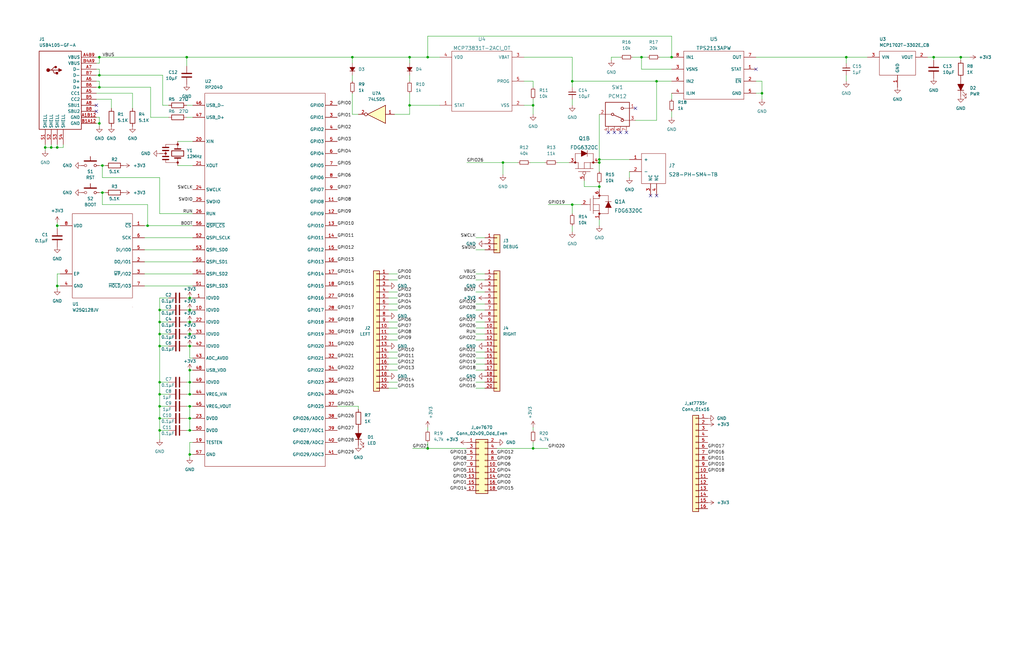
<source format=kicad_sch>
(kicad_sch (version 20211123) (generator eeschema)
  (paper "USLedger")
  (title_block (title "ENGR3430 final_proj_basedon_mp3") (date "2022-09-22") (company "Olin College of Engineering"))
  (junction (at 67.31 130.81))
  (junction (at 283.21 24.13))
  (junction (at 252.73 78.74))
  (junction (at 67.31 146.05))
  (junction (at 180.34 24.13))
  (junction (at 80.01 125.73))
  (junction (at 172.72 44.45))
  (junction (at 67.31 171.45))
  (junction (at 80.01 156.21))
  (junction (at 41.91 24.13))
  (junction (at 148.59 24.13))
  (junction (at 41.91 36.83))
  (junction (at 19.05 62.23))
  (junction (at 80.01 176.53))
  (junction (at 172.72 24.13))
  (junction (at 41.91 52.07))
  (junction (at 405.13 24.13))
  (junction (at 180.34 189.23))
  (junction (at 276.86 34.29))
  (junction (at 356.87 24.13))
  (junction (at 67.31 161.29))
  (junction (at 80.01 166.37))
  (junction (at 78.74 24.13))
  (junction (at 80.01 135.89))
  (junction (at 80.01 140.97))
  (junction (at 67.31 140.97))
  (junction (at 224.79 44.45))
  (junction (at 80.01 191.77))
  (junction (at 80.01 171.45))
  (junction (at 252.73 68.58))
  (junction (at 393.7 24.13))
  (junction (at 21.59 62.23))
  (junction (at 80.01 181.61))
  (junction (at 67.31 176.53))
  (junction (at 80.01 161.29))
  (junction (at 43.18 69.85))
  (junction (at 80.01 146.05))
  (junction (at 24.13 120.65))
  (junction (at 212.09 68.58))
  (junction (at 43.18 81.28))
  (junction (at 241.3 86.36))
  (junction (at 252.73 67.31))
  (junction (at 224.79 189.23))
  (junction (at 62.23 95.25))
  (junction (at 24.13 95.25))
  (junction (at 67.31 181.61))
  (junction (at 321.31 39.37))
  (junction (at 24.13 62.23))
  (junction (at 270.51 24.13))
  (junction (at 41.91 31.75))
  (junction (at 67.31 166.37))
  (junction (at 241.3 34.29))
  (junction (at 80.01 130.81))
  (junction (at 67.31 135.89))
  (no_connect (at 40.64 46.99))
  (no_connect (at 40.64 44.45))
  (no_connect (at 261.62 55.88))
  (no_connect (at 256.54 55.88))
  (no_connect (at 259.08 55.88))
  (no_connect (at 267.97 45.72))
  (no_connect (at 264.16 55.88))
  (no_connect (at 274.32 82.55))
  (no_connect (at 276.86 82.55))
  (no_connect (at 318.77 29.21))
  (wire (pts (xy 356.87 24.13) (xy 365.76 24.13)))
  (wire (pts (xy 78.74 146.05) (xy 80.01 146.05)))
  (wire (pts (xy 67.31 130.81) (xy 71.12 130.81)))
  (wire (pts (xy 78.74 140.97) (xy 80.01 140.97)))
  (wire (pts (xy 167.64 156.21) (xy 163.83 156.21)))
  (wire (pts (xy 67.31 146.05) (xy 67.31 140.97)))
  (wire (pts (xy 200.66 156.21) (xy 204.47 156.21)))
  (wire (pts (xy 40.64 36.83) (xy 41.91 36.83)))
  (wire (pts (xy 212.09 68.58) (xy 212.09 73.66)))
  (wire (pts (xy 68.58 31.75) (xy 68.58 44.45)))
  (wire (pts (xy 252.73 77.47) (xy 252.73 78.74)))
  (wire (pts (xy 180.34 15.24) (xy 283.21 15.24)))
  (wire (pts (xy 252.73 48.26) (xy 252.73 67.31)))
  (wire (pts (xy 41.91 36.83) (xy 63.5 36.83)))
  (wire (pts (xy 270.51 24.13) (xy 273.05 24.13)))
  (wire (pts (xy 80.01 166.37) (xy 81.28 166.37)))
  (wire (pts (xy 68.58 44.45) (xy 71.12 44.45)))
  (wire (pts (xy 356.87 31.75) (xy 356.87 34.29)))
  (wire (pts (xy 261.62 24.13) (xy 257.81 24.13)))
  (wire (pts (xy 200.66 148.59) (xy 204.47 148.59)))
  (wire (pts (xy 172.72 44.45) (xy 185.42 44.45)))
  (wire (pts (xy 148.59 24.13) (xy 148.59 26.67)))
  (wire (pts (xy 318.77 24.13) (xy 356.87 24.13)))
  (wire (pts (xy 62.23 86.36) (xy 62.23 95.25)))
  (wire (pts (xy 24.13 62.23) (xy 26.67 62.23)))
  (wire (pts (xy 67.31 166.37) (xy 67.31 161.29)))
  (wire (pts (xy 67.31 161.29) (xy 71.12 161.29)))
  (wire (pts (xy 270.51 24.13) (xy 270.51 29.21)))
  (wire (pts (xy 19.05 60.96) (xy 19.05 62.23)))
  (wire (pts (xy 43.18 86.36) (xy 62.23 86.36)))
  (wire (pts (xy 167.64 115.57) (xy 163.83 115.57)))
  (wire (pts (xy 200.66 153.67) (xy 204.47 153.67)))
  (wire (pts (xy 41.91 49.53) (xy 41.91 52.07)))
  (wire (pts (xy 80.01 146.05) (xy 81.28 146.05)))
  (wire (pts (xy 393.7 24.13) (xy 405.13 24.13)))
  (wire (pts (xy 41.91 36.83) (xy 41.91 34.29)))
  (wire (pts (xy 276.86 34.29) (xy 283.21 34.29)))
  (wire (pts (xy 200.66 135.89) (xy 204.47 135.89)))
  (wire (pts (xy 80.01 171.45) (xy 80.01 176.53)))
  (wire (pts (xy 40.64 29.21) (xy 41.91 29.21)))
  (wire (pts (xy 180.34 186.69) (xy 180.34 189.23)))
  (wire (pts (xy 163.83 123.19) (xy 167.64 123.19)))
  (wire (pts (xy 67.31 130.81) (xy 67.31 125.73)))
  (wire (pts (xy 67.31 135.89) (xy 67.31 130.81)))
  (wire (pts (xy 78.74 44.45) (xy 81.28 44.45)))
  (wire (pts (xy 80.01 161.29) (xy 81.28 161.29)))
  (wire (pts (xy 167.64 138.43) (xy 163.83 138.43)))
  (wire (pts (xy 55.88 39.37) (xy 55.88 45.72)))
  (wire (pts (xy 80.01 151.13) (xy 81.28 151.13)))
  (wire (pts (xy 78.74 161.29) (xy 80.01 161.29)))
  (wire (pts (xy 78.74 171.45) (xy 80.01 171.45)))
  (wire (pts (xy 276.86 34.29) (xy 276.86 50.8)))
  (wire (pts (xy 67.31 140.97) (xy 67.31 135.89)))
  (wire (pts (xy 321.31 39.37) (xy 321.31 41.91)))
  (wire (pts (xy 278.13 24.13) (xy 283.21 24.13)))
  (wire (pts (xy 67.31 146.05) (xy 71.12 146.05)))
  (wire (pts (xy 200.66 100.33) (xy 204.47 100.33)))
  (wire (pts (xy 60.96 95.25) (xy 62.23 95.25)))
  (wire (pts (xy 41.91 52.07) (xy 41.91 53.34)))
  (wire (pts (xy 163.83 128.27) (xy 167.64 128.27)))
  (wire (pts (xy 67.31 90.17) (xy 81.28 90.17)))
  (wire (pts (xy 241.3 41.91) (xy 241.3 44.45)))
  (wire (pts (xy 80.01 176.53) (xy 80.01 181.61)))
  (wire (pts (xy 81.28 125.73) (xy 80.01 125.73)))
  (wire (pts (xy 46.99 41.91) (xy 46.99 45.72)))
  (wire (pts (xy 24.13 96.52) (xy 24.13 95.25)))
  (wire (pts (xy 270.51 29.21) (xy 283.21 29.21)))
  (wire (pts (xy 24.13 115.57) (xy 24.13 120.65)))
  (wire (pts (xy 78.74 166.37) (xy 80.01 166.37)))
  (wire (pts (xy 43.18 81.28) (xy 44.45 81.28)))
  (wire (pts (xy 63.5 49.53) (xy 71.12 49.53)))
  (wire (pts (xy 166.37 48.26) (xy 172.72 48.26)))
  (wire (pts (xy 180.34 24.13) (xy 180.34 15.24)))
  (wire (pts (xy 167.64 161.29) (xy 163.83 161.29)))
  (wire (pts (xy 200.66 140.97) (xy 204.47 140.97)))
  (wire (pts (xy 200.66 118.11) (xy 204.47 118.11)))
  (wire (pts (xy 80.01 156.21) (xy 80.01 161.29)))
  (wire (pts (xy 283.21 39.37) (xy 283.21 41.91)))
  (wire (pts (xy 220.98 34.29) (xy 224.79 34.29)))
  (wire (pts (xy 81.28 171.45) (xy 80.01 171.45)))
  (wire (pts (xy 78.74 176.53) (xy 80.01 176.53)))
  (wire (pts (xy 148.59 48.26) (xy 151.13 48.26)))
  (wire (pts (xy 40.64 39.37) (xy 55.88 39.37)))
  (wire (pts (xy 257.81 24.13) (xy 257.81 25.4)))
  (wire (pts (xy 391.16 24.13) (xy 393.7 24.13)))
  (wire (pts (xy 224.79 44.45) (xy 224.79 48.26)))
  (wire (pts (xy 78.74 24.13) (xy 78.74 27.94)))
  (wire (pts (xy 218.44 68.58) (xy 212.09 68.58)))
  (wire (pts (xy 41.91 81.28) (xy 43.18 81.28)))
  (wire (pts (xy 163.83 130.81) (xy 167.64 130.81)))
  (wire (pts (xy 200.66 105.41) (xy 204.47 105.41)))
  (wire (pts (xy 24.13 93.98) (xy 24.13 95.25)))
  (wire (pts (xy 60.96 115.57) (xy 81.28 115.57)))
  (wire (pts (xy 21.59 60.96) (xy 21.59 62.23)))
  (wire (pts (xy 25.4 120.65) (xy 24.13 120.65)))
  (wire (pts (xy 80.01 156.21) (xy 81.28 156.21)))
  (wire (pts (xy 167.64 140.97) (xy 163.83 140.97)))
  (wire (pts (xy 41.91 69.85) (xy 43.18 69.85)))
  (wire (pts (xy 80.01 181.61) (xy 81.28 181.61)))
  (wire (pts (xy 41.91 24.13) (xy 41.91 26.67)))
  (wire (pts (xy 318.77 34.29) (xy 321.31 34.29)))
  (wire (pts (xy 41.91 26.67) (xy 40.64 26.67)))
  (wire (pts (xy 265.43 72.39) (xy 265.43 74.93)))
  (wire (pts (xy 41.91 31.75) (xy 68.58 31.75)))
  (wire (pts (xy 67.31 125.73) (xy 71.12 125.73)))
  (wire (pts (xy 318.77 39.37) (xy 321.31 39.37)))
  (wire (pts (xy 41.91 24.13) (xy 78.74 24.13)))
  (wire (pts (xy 148.59 24.13) (xy 172.72 24.13)))
  (wire (pts (xy 252.73 78.74) (xy 252.73 80.01)))
  (wire (pts (xy 252.73 67.31) (xy 265.43 67.31)))
  (wire (pts (xy 180.34 180.34) (xy 180.34 181.61)))
  (wire (pts (xy 224.79 41.91) (xy 224.79 44.45)))
  (wire (pts (xy 81.28 186.69) (xy 80.01 186.69)))
  (wire (pts (xy 241.3 34.29) (xy 276.86 34.29)))
  (wire (pts (xy 283.21 15.24) (xy 283.21 24.13)))
  (wire (pts (xy 67.31 176.53) (xy 71.12 176.53)))
  (wire (pts (xy 41.91 34.29) (xy 40.64 34.29)))
  (wire (pts (xy 67.31 171.45) (xy 67.31 166.37)))
  (wire (pts (xy 172.72 24.13) (xy 180.34 24.13)))
  (wire (pts (xy 405.13 24.13) (xy 408.94 24.13)))
  (wire (pts (xy 80.01 176.53) (xy 81.28 176.53)))
  (wire (pts (xy 41.91 31.75) (xy 40.64 31.75)))
  (wire (pts (xy 21.59 62.23) (xy 24.13 62.23)))
  (wire (pts (xy 245.11 86.36) (xy 241.3 86.36)))
  (wire (pts (xy 63.5 36.83) (xy 63.5 49.53)))
  (wire (pts (xy 223.52 68.58) (xy 229.87 68.58)))
  (wire (pts (xy 200.66 143.51) (xy 204.47 143.51)))
  (wire (pts (xy 24.13 120.65) (xy 24.13 121.92)))
  (wire (pts (xy 19.05 62.23) (xy 21.59 62.23)))
  (wire (pts (xy 142.24 171.45) (xy 151.13 171.45)))
  (wire (pts (xy 321.31 34.29) (xy 321.31 39.37)))
  (wire (pts (xy 180.34 189.23) (xy 196.85 189.23)))
  (wire (pts (xy 172.72 24.13) (xy 172.72 26.67)))
  (wire (pts (xy 172.72 31.75) (xy 172.72 34.29)))
  (wire (pts (xy 62.23 95.25) (xy 81.28 95.25)))
  (wire (pts (xy 80.01 146.05) (xy 80.01 151.13)))
  (wire (pts (xy 200.66 161.29) (xy 204.47 161.29)))
  (wire (pts (xy 231.14 86.36) (xy 241.3 86.36)))
  (wire (pts (xy 80.01 186.69) (xy 80.01 191.77)))
  (wire (pts (xy 172.72 44.45) (xy 172.72 48.26)))
  (wire (pts (xy 40.64 49.53) (xy 41.91 49.53)))
  (wire (pts (xy 200.66 115.57) (xy 204.47 115.57)))
  (wire (pts (xy 151.13 172.72) (xy 151.13 171.45)))
  (wire (pts (xy 80.01 135.89) (xy 81.28 135.89)))
  (wire (pts (xy 209.55 189.23) (xy 224.79 189.23)))
  (wire (pts (xy 241.3 24.13) (xy 241.3 34.29)))
  (wire (pts (xy 67.31 181.61) (xy 71.12 181.61)))
  (wire (pts (xy 167.64 148.59) (xy 163.83 148.59)))
  (wire (pts (xy 60.96 100.33) (xy 81.28 100.33)))
  (wire (pts (xy 224.79 186.69) (xy 224.79 189.23)))
  (wire (pts (xy 200.66 123.19) (xy 204.47 123.19)))
  (wire (pts (xy 67.31 166.37) (xy 71.12 166.37)))
  (wire (pts (xy 167.64 135.89) (xy 163.83 135.89)))
  (wire (pts (xy 19.05 63.5) (xy 19.05 62.23)))
  (wire (pts (xy 224.79 34.29) (xy 224.79 36.83)))
  (wire (pts (xy 246.38 76.2) (xy 246.38 78.74)))
  (wire (pts (xy 60.96 110.49) (xy 81.28 110.49)))
  (wire (pts (xy 41.91 29.21) (xy 41.91 31.75)))
  (wire (pts (xy 41.91 52.07) (xy 40.64 52.07)))
  (wire (pts (xy 24.13 60.96) (xy 24.13 62.23)))
  (wire (pts (xy 67.31 171.45) (xy 71.12 171.45)))
  (wire (pts (xy 180.34 24.13) (xy 185.42 24.13)))
  (wire (pts (xy 148.59 31.75) (xy 148.59 34.29)))
  (wire (pts (xy 60.96 120.65) (xy 81.28 120.65)))
  (wire (pts (xy 26.67 62.23) (xy 26.67 60.96)))
  (wire (pts (xy 24.13 95.25) (xy 25.4 95.25)))
  (wire (pts (xy 43.18 74.93) (xy 67.31 74.93)))
  (wire (pts (xy 78.74 135.89) (xy 80.01 135.89)))
  (wire (pts (xy 393.7 24.13) (xy 393.7 25.4)))
  (wire (pts (xy 276.86 50.8) (xy 267.97 50.8)))
  (wire (pts (xy 80.01 161.29) (xy 80.01 166.37)))
  (wire (pts (xy 81.28 191.77) (xy 80.01 191.77)))
  (wire (pts (xy 43.18 69.85) (xy 44.45 69.85)))
  (wire (pts (xy 80.01 130.81) (xy 81.28 130.81)))
  (wire (pts (xy 43.18 69.85) (xy 43.18 74.93)))
  (wire (pts (xy 167.64 143.51) (xy 163.83 143.51)))
  (wire (pts (xy 40.64 24.13) (xy 41.91 24.13)))
  (wire (pts (xy 252.73 67.31) (xy 252.73 68.58)))
  (wire (pts (xy 283.21 46.99) (xy 283.21 49.53)))
  (wire (pts (xy 252.73 92.71) (xy 252.73 95.25)))
  (wire (pts (xy 266.7 24.13) (xy 270.51 24.13)))
  (wire (pts (xy 74.93 59.69) (xy 81.28 59.69)))
  (wire (pts (xy 241.3 34.29) (xy 241.3 36.83)))
  (wire (pts (xy 78.74 24.13) (xy 148.59 24.13)))
  (wire (pts (xy 67.31 185.42) (xy 67.31 181.61)))
  (wire (pts (xy 200.66 151.13) (xy 204.47 151.13)))
  (wire (pts (xy 60.96 105.41) (xy 81.28 105.41)))
  (wire (pts (xy 405.13 24.13) (xy 405.13 25.4)))
  (wire (pts (xy 241.3 95.25) (xy 241.3 97.79)))
  (wire (pts (xy 220.98 24.13) (xy 241.3 24.13)))
  (wire (pts (xy 148.59 39.37) (xy 148.59 48.26)))
  (wire (pts (xy 200.66 163.83) (xy 204.47 163.83)))
  (wire (pts (xy 220.98 44.45) (xy 224.79 44.45)))
  (wire (pts (xy 78.74 130.81) (xy 80.01 130.81)))
  (wire (pts (xy 43.18 81.28) (xy 43.18 86.36)))
  (wire (pts (xy 167.64 163.83) (xy 163.83 163.83)))
  (wire (pts (xy 25.4 115.57) (xy 24.13 115.57)))
  (wire (pts (xy 200.66 130.81) (xy 204.47 130.81)))
  (wire (pts (xy 224.79 189.23) (xy 231.14 189.23)))
  (wire (pts (xy 224.79 180.34) (xy 224.79 181.61)))
  (wire (pts (xy 241.3 86.36) (xy 241.3 90.17)))
  (wire (pts (xy 196.85 68.58) (xy 212.09 68.58)))
  (wire (pts (xy 356.87 24.13) (xy 356.87 26.67)))
  (wire (pts (xy 167.64 153.67) (xy 163.83 153.67)))
  (wire (pts (xy 67.31 146.05) (xy 67.31 161.29)))
  (wire (pts (xy 167.64 118.11) (xy 163.83 118.11)))
  (wire (pts (xy 173.99 189.23) (xy 180.34 189.23)))
  (wire (pts (xy 78.74 49.53) (xy 81.28 49.53)))
  (wire (pts (xy 80.01 140.97) (xy 81.28 140.97)))
  (wire (pts (xy 67.31 74.93) (xy 67.31 90.17)))
  (wire (pts (xy 167.64 151.13) (xy 163.83 151.13)))
  (wire (pts (xy 74.93 69.85) (xy 81.28 69.85)))
  (wire (pts (xy 163.83 125.73) (xy 167.64 125.73)))
  (wire (pts (xy 40.64 41.91) (xy 46.99 41.91)))
  (wire (pts (xy 200.66 138.43) (xy 204.47 138.43)))
  (wire (pts (xy 172.72 39.37) (xy 172.72 44.45)))
  (wire (pts (xy 67.31 176.53) (xy 67.31 171.45)))
  (wire (pts (xy 78.74 181.61) (xy 80.01 181.61)))
  (wire (pts (xy 246.38 78.74) (xy 252.73 78.74)))
  (wire (pts (xy 80.01 191.77) (xy 80.01 193.04)))
  (wire (pts (xy 67.31 135.89) (xy 71.12 135.89)))
  (wire (pts (xy 67.31 140.97) (xy 71.12 140.97)))
  (wire (pts (xy 67.31 181.61) (xy 67.31 176.53)))
  (wire (pts (xy 252.73 68.58) (xy 252.73 72.39)))
  (wire (pts (xy 234.95 68.58) (xy 240.03 68.58)))
  (wire (pts (xy 200.66 128.27) (xy 204.47 128.27)))
  (wire (pts (xy 78.74 125.73) (xy 80.01 125.73)))
  (label "GPIO9" (at 167.64 143.51 0))
  (label "GPIO6" (at 209.55 196.85 0))
  (label "GPIO21" (at 142.24 151.13 0))
  (label "GPIO10" (at 298.45 196.85 0))
  (label "GPIO11" (at 298.45 194.31 0))
  (label "GPIO6" (at 167.64 135.89 0))
  (label "GPIO20" (at 231.14 189.23 0))
  (label "GPIO17" (at 142.24 130.81 0))
  (label "GPIO14" (at 167.64 161.29 0))
  (label "GPIO16" (at 142.24 125.73 0))
  (label "GPIO3" (at 167.64 125.73 0))
  (label "GPIO12" (at 142.24 105.41 0))
  (label "GPIO18" (at 298.45 199.39 0))
  (label "GPIO23" (at 200.66 118.11 180))
  (label "GPIO26" (at 196.85 68.58 0))
  (label "GPIO17" (at 200.66 161.29 180))
  (label "GPIO5" (at 196.85 199.39 180))
  (label "GPIO27" (at 200.66 135.89 180))
  (label "GPIO7" (at 196.85 196.85 180))
  (label "GPIO21" (at 200.66 148.59 180))
  (label "GPIO4" (at 142.24 64.77 0))
  (label "GPIO28" (at 200.66 130.81 180))
  (label "RUN" (at 81.28 90.17 180))
  (label "GPIO10" (at 142.24 95.25 0))
  (label "GPIO13" (at 167.64 156.21 0))
  (label "SWDIO" (at 81.28 85.09 180))
  (label "GPIO29" (at 200.66 128.27 180))
  (label "GPIO6" (at 142.24 74.93 0))
  (label "SWCLK" (at 81.28 80.01 180))
  (label "GPIO17" (at 298.45 189.23 0))
  (label "GPIO28" (at 142.24 186.69 0))
  (label "GPIO24" (at 142.24 166.37 0))
  (label "GPIO27" (at 142.24 181.61 0))
  (label "GPIO19" (at 200.66 153.67 180))
  (label "GPIO15" (at 167.64 163.83 0))
  (label "GPIO26" (at 142.24 176.53 0))
  (label "GPIO0" (at 167.64 115.57 0))
  (label "GPIO1" (at 167.64 118.11 0))
  (label "SWDIO" (at 200.66 105.41 180))
  (label "GPIO4" (at 167.64 128.27 0))
  (label "GPIO7" (at 167.64 138.43 0))
  (label "GPIO13" (at 196.85 191.77 180))
  (label "GPIO14" (at 196.85 207.01 180))
  (label "GPIO1" (at 142.24 49.53 0))
  (label "GPIO19" (at 231.14 86.36 0))
  (label "GPIO12" (at 167.64 153.67 0))
  (label "GPIO25" (at 142.24 171.45 0))
  (label "GPIO9" (at 142.24 90.17 0))
  (label "GPIO0" (at 142.24 44.45 0))
  (label "GPIO14" (at 142.24 115.57 0))
  (label "GPIO18" (at 142.24 135.89 0))
  (label "GPIO15" (at 142.24 120.65 0))
  (label "VBUS" (at 43.18 24.13 0))
  (label "GPIO3" (at 196.85 201.93 180))
  (label "GPIO4" (at 209.55 199.39 0))
  (label "GPIO16" (at 200.66 163.83 180))
  (label "GPIO2" (at 209.55 201.93 0))
  (label "GPIO15" (at 209.55 207.01 0))
  (label "BOOT" (at 81.28 95.25 180))
  (label "GPIO10" (at 167.64 148.59 0))
  (label "GPIO11" (at 167.64 151.13 0))
  (label "GPIO13" (at 142.24 110.49 0))
  (label "GPIO5" (at 167.64 130.81 0))
  (label "GPIO20" (at 142.24 146.05 0))
  (label "GPIO8" (at 142.24 85.09 0))
  (label "GPIO11" (at 142.24 100.33 0))
  (label "GPIO21" (at 173.99 189.23 0))
  (label "GPIO8" (at 196.85 194.31 180))
  (label "GPIO9" (at 209.55 194.31 0))
  (label "GPIO16" (at 298.45 191.77 0))
  (label "BOOT" (at 200.66 123.19 180))
  (label "RUN" (at 200.66 140.97 180))
  (label "VBUS" (at 200.66 115.57 180))
  (label "GPIO2" (at 142.24 54.61 0))
  (label "GPIO12" (at 209.55 191.77 0))
  (label "GPIO0" (at 209.55 204.47 0))
  (label "GPIO22" (at 200.66 143.51 180))
  (label "GPIO19" (at 142.24 140.97 0))
  (label "GPIO29" (at 142.24 191.77 0))
  (label "GPIO2" (at 167.64 123.19 0))
  (label "GPIO26" (at 200.66 138.43 180))
  (label "GPIO18" (at 200.66 156.21 180))
  (label "GPIO5" (at 142.24 69.85 0))
  (label "SWCLK" (at 200.66 100.33 180))
  (label "GPIO3" (at 142.24 59.69 0))
  (label "GPIO7" (at 142.24 80.01 0))
  (label "GPIO8" (at 167.64 140.97 0))
  (label "GPIO1" (at 196.85 204.47 180))
  (label "GPIO20" (at 200.66 151.13 180))
  (label "GPIO23" (at 142.24 161.29 0))
  (label "GPIO22" (at 142.24 156.21 0))
  (symbol (lib_id "Device:C_Small") (at 241.3 39.37 0) (unit 1)
    (property "Reference" "C14" (at 243.84 38.1062 0) (effects (justify left)))
    (property "Value" "10µF" (at 243.84 40.6462 0) (effects (justify left)))
  )
  (symbol (lib_id "Connector_Generic:Conn_01x20") (at 209.55 138.43 0) (unit 1)
    (property "Reference" "J4" (at 212.09 138.4299 0) (effects (justify left)))
    (property "Value" "RIGHT" (at 212.09 140.9699 0) (effects (justify left)))
  )
  (symbol (lib_id "Eclectronics:PCM12") (at 260.35 48.26 0) (unit 1)
    (property "Reference" "SW1" (at 260.35 36.83 0) (effects (font (size 1.524 1.524))))
    (property "Value" "PCM12" (at 260.35 40.64 0) (effects (font (size 1.524 1.524))))
  )
  (symbol (lib_id "Connector_Generic:Conn_01x03") (at 209.55 102.87 0) (unit 1)
    (property "Reference" "J3" (at 212.09 101.5999 0) (effects (justify left)))
    (property "Value" "DEBUG" (at 212.09 104.1399 0) (effects (justify left)))
  )
  (symbol (lib_id "power:GND") (at 163.83 158.75 90) (unit 1)
    (property "Reference" "#PWR022" (effects hide))
    (property "Value" "GND" (at 167.64 158.7499 90) (effects (justify right)))
  )
  (symbol (lib_id "power:GND") (at 321.31 41.91 0) (unit 1)
    (property "Reference" "#PWR?" (effects hide))
    (property "Value" "GND" (at 321.31 46.99 0))
  )
  (symbol (lib_id "power:+3V3") (at 298.45 179.07 270) (mirror x) (unit 1)
    (property "Reference" "#PWR?" (effects hide))
    (property "Value" "+3V3" (at 302.26 179.0699 90) (effects (justify left)))
  )
  (symbol (lib_id "power:GND") (at 34.29 81.28 270) (unit 1)
    (property "Reference" "#PWR06" (effects hide))
    (property "Value" "GND" (at 30.48 81.2799 90) (effects (justify right)))
  )
  (symbol (lib_id "power:GND") (at 19.05 63.5 0) (unit 1)
    (property "Reference" "#PWR01" (effects hide))
    (property "Value" "GND" (at 19.05 68.58 0))
  )
  (symbol (lib_id "Device:C_Small") (at 356.87 29.21 0) (unit 1)
    (property "Reference" "C15" (at 359.41 27.9462 0) (effects (justify left)))
    (property "Value" "1µF" (at 359.41 30.4862 0) (effects (justify left)))
  )
  (symbol (lib_id "power:+3V3") (at 80.01 135.89 0) (unit 1)
    (property "Reference" "#PWR?" (effects hide))
    (property "Value" "+3V3" (at 80.01 132.08 0))
  )
  (symbol (lib_id "Device:R_Small") (at 252.73 74.93 0) (unit 1)
    (property "Reference" "R15" (at 255.27 73.6599 0) (effects (justify left)))
    (property "Value" "10k" (at 255.27 76.1999 0) (effects (justify left)))
  )
  (symbol (lib_id "Device:R") (at 74.93 49.53 90) (unit 1)
    (property "Reference" "R6" (at 72.39 46.99 90))
    (property "Value" "27Ω" (at 77.47 46.99 90))
  )
  (symbol (lib_id "power:GND") (at 204.47 102.87 270) (unit 1)
    (property "Reference" "#PWR026" (effects hide))
    (property "Value" "GND" (at 200.66 102.8699 90) (effects (justify right)))
  )
  (symbol (lib_id "Connector_Generic:Conn_02x09_Odd_Even") (at 201.93 196.85 0) (unit 1)
    (property "Reference" "J_ov7670" (at 203.2 180.34 0))
    (property "Value" "Conn_02x09_Odd_Even" (at 203.2 182.88 0))
  )
  (symbol (lib_id "power:GND") (at 241.3 44.45 0) (unit 1)
    (property "Reference" "#PWR?" (effects hide))
    (property "Value" "GND" (at 241.3 49.53 0))
  )
  (symbol (lib_id "Eclectronics:SW") (at 38.1 69.85 270) (unit 1)
    (property "Reference" "S1" (at 38.1 72.39 90))
    (property "Value" "RST" (at 38.1 74.93 90))
  )
  (symbol (lib_id "Device:C") (at 74.93 140.97 270) (unit 1)
    (property "Reference" "C5" (at 72.39 139.7 90) (effects (justify right)))
    (property "Value" "0.1µF" (at 73.66 142.24 90) (effects (justify right)))
  )
  (symbol (lib_id "power:GND") (at 209.55 186.69 90) (mirror x) (unit 1)
    (property "Reference" "#PWR?" (effects hide))
    (property "Value" "GND" (at 213.36 186.6899 90) (effects (justify right)))
  )
  (symbol (lib_id "Device:C") (at 74.93 176.53 270) (unit 1)
    (property "Reference" "C10" (at 72.39 175.26 90) (effects (justify right)))
    (property "Value" "0.1µF" (at 73.66 177.8 90) (effects (justify right)))
  )
  (symbol (lib_id "Connector_Generic:Conn_01x16") (at 293.37 194.31 0) (mirror y) (unit 1)
    (property "Reference" "J_st7735r" (at 293.37 170.18 0))
    (property "Value" "Conn_01x16" (at 293.37 172.72 0))
  )
  (symbol (lib_id "Eclectronics:S2B-PH-SM4-TB") (at 275.59 69.85 0) (unit 1)
    (property "Reference" "J?" (at 281.94 69.85 0) (effects (font (size 1.524 1.524)) (justify left)))
    (property "Value" "S2B-PH-SM4-TB" (at 281.94 73.66 0) (effects (font (size 1.524 1.524)) (justify left)))
  )
  (symbol (lib_id "Device:C") (at 24.13 100.33 0) (mirror x) (unit 1)
    (property "Reference" "C1" (at 20.32 99.0599 0) (effects (justify right)))
    (property "Value" "0.1µF" (at 20.32 101.5999 0) (effects (justify right)))
  )
  (symbol (lib_id "power:GND") (at 46.99 53.34 0) (unit 1)
    (property "Reference" "#PWR08" (effects hide))
    (property "Value" "GND" (at 46.99 58.42 0))
  )
  (symbol (lib_id "power:GND") (at 378.46 36.83 0) (unit 1)
    (property "Reference" "#PWR018" (effects hide))
    (property "Value" "GND" (at 378.46 41.91 0))
  )
  (symbol (lib_id "Device:C") (at 74.93 146.05 270) (unit 1)
    (property "Reference" "C6" (at 72.39 144.78 90) (effects (justify right)))
    (property "Value" "0.1µF" (at 73.66 147.32 90) (effects (justify right)))
  )
  (symbol (lib_id "Device:R") (at 48.26 69.85 90) (unit 1)
    (property "Reference" "R2" (at 48.26 67.31 90))
    (property "Value" "5.1K" (at 48.26 72.39 90))
  )
  (symbol (lib_id "power:GND") (at 163.83 146.05 90) (unit 1)
    (property "Reference" "#PWR021" (effects hide))
    (property "Value" "GND" (at 167.64 146.0499 90) (effects (justify right)))
  )
  (symbol (lib_id "Eclectronics:SW") (at 38.1 81.28 270) (unit 1)
    (property "Reference" "S2" (at 38.1 83.82 90))
    (property "Value" "BOOT" (at 38.1 86.36 90))
  )
  (symbol (lib_id "power:+3V3") (at 408.94 24.13 270) (unit 1)
    (property "Reference" "#PWR025" (effects hide))
    (property "Value" "+3V3" (at 412.75 24.1299 90) (effects (justify left)))
  )
  (symbol (lib_id "power:+3V3") (at 80.01 130.81 0) (unit 1)
    (property "Reference" "#PWR?" (effects hide))
    (property "Value" "+3V3" (at 80.01 127 0))
  )
  (symbol (lib_id "power:GND") (at 393.7 33.02 0) (unit 1)
    (property "Reference" "#PWR023" (effects hide))
    (property "Value" "GND" (at 393.7 38.1 0))
  )
  (symbol (lib_id "Device:R_Small") (at 224.79 39.37 0) (unit 1)
    (property "Reference" "R11" (at 227.33 38.0999 0) (effects (justify left)))
    (property "Value" "10k" (at 227.33 40.6399 0) (effects (justify left)))
  )
  (symbol (lib_id "Device:R_Small") (at 220.98 68.58 90) (unit 1)
    (property "Reference" "R12" (at 220.98 62.23 90))
    (property "Value" "40k" (at 220.98 64.77 90))
  )
  (symbol (lib_id "power:GND") (at 24.13 104.14 0) (unit 1)
    (property "Reference" "#PWR03" (effects hide))
    (property "Value" "GND" (at 24.13 109.22 0))
  )
  (symbol (lib_id "Eclectronics:MCP73831T-2ACI_OT") (at 203.2 34.29 0) (unit 1)
    (property "Reference" "U4" (at 203.2 16.51 0) (effects (font (size 1.524 1.524))))
    (property "Value" "MCP73831T-2ACI_OT" (at 203.2 20.32 0) (effects (font (size 1.524 1.524))))
  )
  (symbol (lib_id "Device:LED_Filled") (at 405.13 36.83 90) (unit 1)
    (property "Reference" "D2" (at 408.94 37.1474 90) (effects (justify right)))
    (property "Value" "PWR" (at 408.94 39.6874 90) (effects (justify right)))
  )
  (symbol (lib_id "power:GND") (at 41.91 53.34 0) (unit 1)
    (property "Reference" "#PWR07" (effects hide))
    (property "Value" "GND" (at 41.91 58.42 0))
  )
  (symbol (lib_id "power:GND") (at 80.01 193.04 0) (unit 1)
    (property "Reference" "#PWR015" (effects hide))
    (property "Value" "GND" (at 80.01 198.12 0))
  )
  (symbol (lib_id "Eclectronics:USB4105-GF-A") (at 25.4 38.1 0) (unit 1)
    (property "Reference" "J1" (at 16.51 16.51 0) (effects (justify left)))
    (property "Value" "USB4105-GF-A" (at 16.51 19.05 0) (effects (justify left)))
  )
  (symbol (lib_id "power:GND") (at 34.29 69.85 270) (unit 1)
    (property "Reference" "#PWR05" (effects hide))
    (property "Value" "GND" (at 30.48 69.8499 90) (effects (justify right)))
  )
  (symbol (lib_id "power:GND") (at 163.83 133.35 90) (unit 1)
    (property "Reference" "#PWR020" (effects hide))
    (property "Value" "GND" (at 167.64 133.3499 90) (effects (justify right)))
  )
  (symbol (lib_id "Device:R_Small") (at 264.16 24.13 90) (unit 1)
    (property "Reference" "R16" (at 264.16 17.78 90))
    (property "Value" "10k" (at 264.16 20.32 90))
  )
  (symbol (lib_id "power:GND") (at 224.79 48.26 0) (unit 1)
    (property "Reference" "#PWR?" (effects hide))
    (property "Value" "GND" (at 224.79 53.34 0))
  )
  (symbol (lib_id "power:+3V3") (at 52.07 81.28 270) (unit 1)
    (property "Reference" "#PWR010" (effects hide))
    (property "Value" "+3V3" (at 56.134 81.2799 90) (effects (justify left)))
  )
  (symbol (lib_id "power:GND") (at 151.13 187.96 0) (unit 1)
    (property "Reference" "#PWR016" (effects hide))
    (property "Value" "GND" (at 151.13 193.04 0))
  )
  (symbol (lib_id "power:+3V3") (at 52.07 69.85 270) (unit 1)
    (property "Reference" "#PWR09" (effects hide))
    (property "Value" "+3V3" (at 56.134 69.8499 90) (effects (justify left)))
  )
  (symbol (lib_id "power:GND") (at 204.47 158.75 270) (unit 1)
    (property "Reference" "#PWR031" (effects hide))
    (property "Value" "GND" (at 200.66 158.7499 90) (effects (justify right)))
  )
  (symbol (lib_id "Device:C") (at 74.93 130.81 270) (unit 1)
    (property "Reference" "C3" (at 72.39 129.54 90) (effects (justify right)))
    (property "Value" "0.1µF" (at 73.66 132.08 90) (effects (justify right)))
  )
  (symbol (lib_id "Device:R_Small") (at 283.21 44.45 0) (unit 1)
    (property "Reference" "R18" (at 285.75 43.1799 0) (effects (justify left)))
    (property "Value" "1k" (at 285.75 45.7199 0) (effects (justify left)))
  )
  (symbol (lib_id "Device:C") (at 74.93 166.37 270) (unit 1)
    (property "Reference" "C8" (at 72.39 165.1 90) (effects (justify right)))
    (property "Value" "1µF" (at 72.39 167.64 90) (effects (justify right)))
  )
  (symbol (lib_id "power:GND") (at 405.13 40.64 0) (unit 1)
    (property "Reference" "#PWR024" (effects hide))
    (property "Value" "GND" (at 405.13 45.72 0))
  )
  (symbol (lib_id "Device:C") (at 78.74 31.75 0) (mirror x) (unit 1)
    (property "Reference" "C12" (at 74.93 30.4799 0) (effects (justify right)))
    (property "Value" "10µF" (at 74.93 33.0199 0) (effects (justify right)))
  )
  (symbol (lib_id "Device:D_Small_Filled") (at 172.72 29.21 90) (unit 1)
    (property "Reference" "D4" (at 175.26 29.2099 90) (effects (justify right)))
    (property "Value" "D_Small_Filled" (effects hide))
  )
  (symbol (lib_id "Device:R") (at 151.13 176.53 0) (unit 1)
    (property "Reference" "R7" (at 153.67 175.2599 0) (effects (justify left)))
    (property "Value" "1K" (at 153.67 177.7999 0) (effects (justify left)))
  )
  (symbol (lib_id "Device:C") (at 393.7 29.21 0) (unit 1)
    (property "Reference" "C13" (at 397.51 27.9399 0) (effects (justify left)))
    (property "Value" "10µF" (at 397.51 30.4799 0) (effects (justify left)))
  )
  (symbol (lib_id "power:GND") (at 163.83 120.65 90) (unit 1)
    (property "Reference" "#PWR019" (effects hide))
    (property "Value" "GND" (at 167.64 120.6499 90) (effects (justify right)))
  )
  (symbol (lib_id "power:GND") (at 204.47 146.05 270) (unit 1)
    (property "Reference" "#PWR030" (effects hide))
    (property "Value" "GND" (at 200.66 146.0499 90) (effects (justify right)))
  )
  (symbol (lib_id "power:+3V3") (at 80.01 146.05 0) (unit 1)
    (property "Reference" "#PWR?" (effects hide))
    (property "Value" "+3V3" (at 80.01 142.24 0))
  )
  (symbol (lib_id "Device:R") (at 74.93 44.45 90) (unit 1)
    (property "Reference" "R5" (at 72.39 41.91 90))
    (property "Value" "27Ω" (at 77.47 41.91 90))
  )
  (symbol (lib_id "power:+3V3") (at 298.45 212.09 270) (mirror x) (unit 1)
    (property "Reference" "#PWR?" (effects hide))
    (property "Value" "+3V3" (at 302.26 212.0899 90) (effects (justify left)))
  )
  (symbol (lib_id "power:GND") (at 257.81 25.4 0) (unit 1)
    (property "Reference" "#PWR?" (effects hide))
    (property "Value" "GND" (at 257.81 30.48 0))
  )
  (symbol (lib_id "power:+3V3") (at 80.01 125.73 0) (unit 1)
    (property "Reference" "#PWR014" (effects hide))
    (property "Value" "+3V3" (at 80.01 121.92 0))
  )
  (symbol (lib_id "power:+3V3") (at 204.47 125.73 90) (unit 1)
    (property "Reference" "#PWR028" (effects hide))
    (property "Value" "+3V3" (at 200.66 125.7299 90) (effects (justify left)))
  )
  (symbol (lib_id "power:GND") (at 24.13 121.92 0) (unit 1)
    (property "Reference" "#PWR04" (effects hide))
    (property "Value" "GND" (at 24.13 127 0))
  )
  (symbol (lib_id "Device:R_Small") (at 275.59 24.13 90) (unit 1)
    (property "Reference" "R17" (at 275.59 17.78 90))
    (property "Value" "20k" (at 275.59 20.32 90))
  )
  (symbol (lib_id "Device:C") (at 74.93 171.45 270) (unit 1)
    (property "Reference" "C9" (at 72.39 170.18 90) (effects (justify right)))
    (property "Value" "1µF" (at 72.39 172.72 90) (effects (justify right)))
  )
  (symbol (lib_id "Device:D_Small_Filled") (at 148.59 29.21 90) (unit 1)
    (property "Reference" "D3" (at 151.13 29.2099 90) (effects (justify right)))
    (property "Value" "D_Small_Filled" (effects hide))
  )
  (symbol (lib_id "Eclectronics:FDG6320C") (at 246.38 68.58 270) (mirror x) (unit 2)
    (property "Reference" "Q1" (at 246.38 58.42 90) (effects (font (size 1.524 1.524))))
    (property "Value" "FDG6320C" (at 246.38 62.23 90) (effects (font (size 1.524 1.524))))
  )
  (symbol (lib_id "Device:R_Small") (at 232.41 68.58 90) (unit 1)
    (property "Reference" "R13" (at 232.41 62.23 90))
    (property "Value" "11k" (at 232.41 64.77 90))
  )
  (symbol (lib_id "Eclectronics:W25Q128JV") (at 43.18 107.95 0) (unit 1)
    (property "Reference" "U1" (at 30.48 128.27 0) (effects (justify left)))
    (property "Value" "W25Q128JV" (at 30.48 130.81 0) (effects (justify left)))
  )
  (symbol (lib_id "Device:R") (at 48.26 81.28 90) (unit 1)
    (property "Reference" "R3" (at 48.26 78.74 90))
    (property "Value" "5.1K" (at 48.26 83.82 90))
  )
  (symbol (lib_id "power:+3V3") (at 80.01 156.21 0) (unit 1)
    (property "Reference" "#PWR?" (effects hide))
    (property "Value" "+3V3" (at 80.01 152.4 0))
  )
  (symbol (lib_id "Device:R_Small") (at 180.34 184.15 0) (unit 1)
    (property "Reference" "R19" (at 182.88 182.8799 0) (effects (justify left)))
    (property "Value" "4.7k" (at 182.88 185.4199 0) (effects (justify left)))
  )
  (symbol (lib_id "power:+3V3") (at 80.01 140.97 0) (unit 1)
    (property "Reference" "#PWR?" (effects hide))
    (property "Value" "+3V3" (at 80.01 137.16 0))
  )
  (symbol (lib_id "Device:LED_Filled") (at 151.13 184.15 90) (unit 1)
    (property "Reference" "D1" (at 154.94 184.4674 90) (effects (justify right)))
    (property "Value" "LED" (at 154.94 187.0074 90) (effects (justify right)))
  )
  (symbol (lib_id "Device:C") (at 74.93 135.89 270) (unit 1)
    (property "Reference" "C4" (at 72.39 134.62 90) (effects (justify right)))
    (property "Value" "0.1µF" (at 73.66 137.16 90) (effects (justify right)))
  )
  (symbol (lib_id "power:GND") (at 241.3 97.79 0) (unit 1)
    (property "Reference" "#PWR?" (effects hide))
    (property "Value" "GND" (at 241.3 102.87 0))
  )
  (symbol (lib_id "power:GND") (at 67.31 64.77 270) (unit 1)
    (property "Reference" "#PWR012" (effects hide))
    (property "Value" "GND" (at 63.5 64.7699 90) (effects (justify right)))
  )
  (symbol (lib_id "Eclectronics:Crystal") (at 74.93 64.77 270) (unit 1)
    (property "Reference" "Y1" (at 78.74 63.5 90) (effects (justify left)))
    (property "Value" "12MHz" (at 78.74 66.04 90) (effects (justify left)))
  )
  (symbol (lib_id "power:GND") (at 212.09 73.66 0) (unit 1)
    (property "Reference" "#PWR?" (effects hide))
    (property "Value" "GND" (at 212.09 78.74 0))
  )
  (symbol (lib_id "power:+3V3") (at 24.13 93.98 0) (unit 1)
    (property "Reference" "#PWR02" (effects hide))
    (property "Value" "+3V3" (at 24.13 88.9 0))
  )
  (symbol (lib_id "power:GND") (at 204.47 133.35 270) (unit 1)
    (property "Reference" "#PWR029" (effects hide))
    (property "Value" "GND" (at 200.66 133.3499 90) (effects (justify right)))
  )
  (symbol (lib_id "Eclectronics:RP2040") (at 111.76 118.11 0) (unit 1)
    (property "Reference" "U2" (at 86.36 34.29 0) (effects (justify left)))
    (property "Value" "RP2040" (at 86.36 36.83 0) (effects (justify left)))
  )
  (symbol (lib_id "Device:R_Small") (at 172.72 36.83 0) (unit 1)
    (property "Reference" "R10" (at 175.26 35.5599 0) (effects (justify left)))
    (property "Value" "1k" (at 175.26 38.0999 0) (effects (justify left)))
  )
  (symbol (lib_id "power:GND") (at 356.87 34.29 0) (unit 1)
    (property "Reference" "#PWR?" (effects hide))
    (property "Value" "GND" (at 356.87 39.37 0))
  )
  (symbol (lib_id "Device:C") (at 74.93 161.29 270) (unit 1)
    (property "Reference" "C7" (at 72.39 160.02 90) (effects (justify right)))
    (property "Value" "0.1µF" (at 73.66 162.56 90) (effects (justify right)))
  )
  (symbol (lib_id "power:GND") (at 55.88 53.34 0) (unit 1)
    (property "Reference" "#PWR011" (effects hide))
    (property "Value" "GND" (at 55.88 58.42 0))
  )
  (symbol (lib_id "Device:C") (at 74.93 181.61 270) (unit 1)
    (property "Reference" "C11" (at 72.39 180.34 90) (effects (justify right)))
    (property "Value" "0.1µF" (at 73.66 182.88 90) (effects (justify right)))
  )
  (symbol (lib_id "Device:R") (at 405.13 29.21 0) (unit 1)
    (property "Reference" "R8" (at 407.67 27.9399 0) (effects (justify left)))
    (property "Value" "1K" (at 407.67 30.4799 0) (effects (justify left)))
  )
  (symbol (lib_id "power:GND") (at 67.31 185.42 0) (unit 1)
    (property "Reference" "#PWR013" (effects hide))
    (property "Value" "GND" (at 67.31 190.5 0))
  )
  (symbol (lib_id "Device:R_Small") (at 224.79 184.15 0) (unit 1)
    (property "Reference" "R20" (at 227.33 182.8799 0) (effects (justify left)))
    (property "Value" "4.7k" (at 227.33 185.4199 0) (effects (justify left)))
  )
  (symbol (lib_id "power:GND") (at 298.45 176.53 90) (mirror x) (unit 1)
    (property "Reference" "#PWR?" (effects hide))
    (property "Value" "GND" (at 302.26 176.5299 90) (effects (justify right)))
  )
  (symbol (lib_id "power:GND") (at 252.73 95.25 0) (unit 1)
    (property "Reference" "#PWR?" (effects hide))
    (property "Value" "GND" (at 252.73 100.33 0))
  )
  (symbol (lib_id "power:+3V3") (at 224.79 180.34 0) (mirror y) (unit 1)
    (property "Reference" "#PWR?" (effects hide))
    (property "Value" "+3V3" (at 223.52 171.45 90) (effects (justify right)))
  )
  (symbol (lib_id "power:+3V3") (at 180.34 180.34 0) (unit 1)
    (property "Reference" "#PWR?" (effects hide))
    (property "Value" "+3V3" (at 181.61 171.45 90) (effects (justify right)))
  )
  (symbol (lib_id "power:GND") (at 265.43 74.93 0) (unit 1)
    (property "Reference" "#PWR?" (effects hide))
    (property "Value" "GND" (at 265.43 80.01 0))
  )
  (symbol (lib_id "Device:C") (at 74.93 125.73 270) (unit 1)
    (property "Reference" "C2" (at 72.39 124.46 90) (effects (justify right)))
    (property "Value" "0.1µF" (at 73.66 127 90) (effects (justify right)))
  )
  (symbol (lib_id "Eclectronics:MCP1702T-3302E_CB") (at 378.46 26.67 0) (unit 1)
    (property "Reference" "U3" (at 370.84 16.51 0) (effects (justify left)))
    (property "Value" "MCP1702T-3302E_CB" (at 370.84 19.05 0) (effects (justify left)))
  )
  (symbol (lib_id "Eclectronics:FDG6320C") (at 252.73 86.36 0) (unit 1)
    (property "Reference" "Q1" (at 259.08 85.09 0) (effects (font (size 1.524 1.524)) (justify left)))
    (property "Value" "FDG6320C" (at 259.08 88.9 0) (effects (font (size 1.524 1.524)) (justify left)))
  )
  (symbol (lib_id "power:+3V3") (at 196.85 186.69 90) (unit 1)
    (property "Reference" "#PWR?" (effects hide))
    (property "Value" "+3V3" (at 187.96 185.42 90) (effects (justify right)))
  )
  (symbol (lib_id "Device:R_Small") (at 148.59 36.83 0) (unit 1)
    (property "Reference" "R9" (at 151.13 35.5599 0) (effects (justify left)))
    (property "Value" "1k" (at 151.13 38.0999 0) (effects (justify left)))
  )
  (symbol (lib_id "Device:R") (at 55.88 49.53 0) (unit 1)
    (property "Reference" "R4" (at 58.42 48.2599 0) (effects (justify left)))
    (property "Value" "5.1K" (at 58.42 50.7999 0) (effects (justify left)))
  )
  (symbol (lib_id "74xx:74LS05") (at 158.75 48.26 0) (mirror y) (unit 1)
    (property "Reference" "U?" (at 158.75 39.37 0))
    (property "Value" "74LS05" (at 158.75 41.91 0))
    (property "Datasheet" "http://www.ti.com/lit/gpn/sn74LS05" (effects hide))
  )
  (symbol (lib_id "power:GND") (at 283.21 49.53 0) (unit 1)
    (property "Reference" "#PWR?" (effects hide))
    (property "Value" "GND" (at 283.21 54.61 0))
  )
  (symbol (lib_id "Device:R_Small") (at 241.3 92.71 0) (unit 1)
    (property "Reference" "R14" (at 243.84 91.4399 0) (effects (justify left)))
    (property "Value" "10k" (at 243.84 93.9799 0) (effects (justify left)))
  )
  (symbol (lib_id "Connector_Generic:Conn_01x20") (at 158.75 138.43 0) (mirror y) (unit 1)
    (property "Reference" "J2" (at 156.21 138.43 0) (effects (justify left)))
    (property "Value" "LEFT" (at 156.21 140.97 0) (effects (justify left)))
  )
  (symbol (lib_id "Device:R") (at 46.99 49.53 0) (unit 1)
    (property "Reference" "R1" (at 49.53 48.2599 0) (effects (justify left)))
    (property "Value" "5.1K" (at 49.53 50.7999 0) (effects (justify left)))
  )
  (symbol (lib_id "power:GND") (at 204.47 120.65 270) (unit 1)
    (property "Reference" "#PWR027" (effects hide))
    (property "Value" "GND" (at 200.66 120.6499 90) (effects (justify right)))
  )
  (symbol (lib_id "power:GND") (at 78.74 35.56 0) (unit 1)
    (property "Reference" "#PWR017" (effects hide))
    (property "Value" "GND" (at 78.74 40.64 0))
  )
  (symbol (lib_id "Eclectronics:TPS2113APW") (at 300.99 31.75 0) (unit 1)
    (property "Reference" "U5" (at 300.99 16.51 0) (effects (font (size 1.524 1.524))))
    (property "Value" "TPS2113APW" (at 300.99 20.32 0) (effects (font (size 1.524 1.524))))
  )
)
</source>
